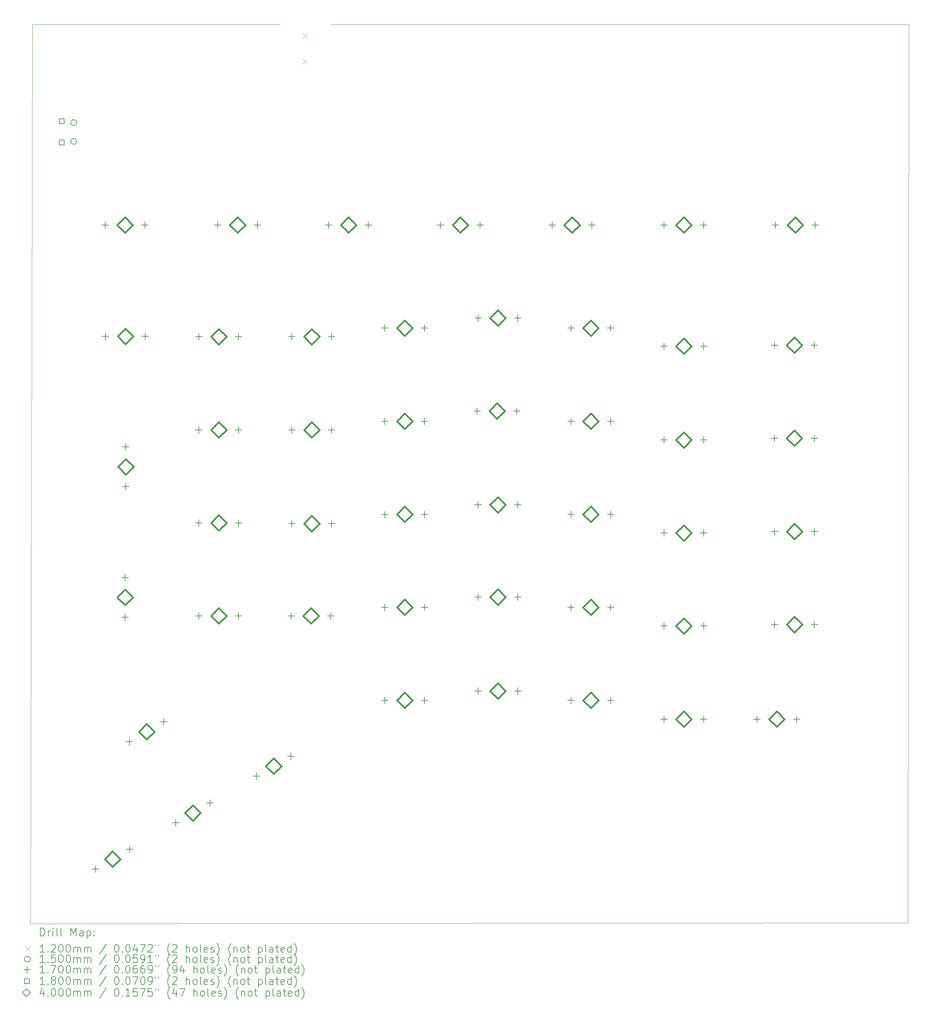
<source format=gbr>
%TF.GenerationSoftware,KiCad,Pcbnew,6.0.9-8da3e8f707~116~ubuntu20.04.1*%
%TF.CreationDate,2022-11-05T14:21:36+01:00*%
%TF.ProjectId,98keys-right,39386b65-7973-42d7-9269-6768742e6b69,rev?*%
%TF.SameCoordinates,Original*%
%TF.FileFunction,Drillmap*%
%TF.FilePolarity,Positive*%
%FSLAX45Y45*%
G04 Gerber Fmt 4.5, Leading zero omitted, Abs format (unit mm)*
G04 Created by KiCad (PCBNEW 6.0.9-8da3e8f707~116~ubuntu20.04.1) date 2022-11-05 14:21:36*
%MOMM*%
%LPD*%
G01*
G04 APERTURE LIST*
%ADD10C,0.100000*%
%ADD11C,0.200000*%
%ADD12C,0.120000*%
%ADD13C,0.150000*%
%ADD14C,0.170000*%
%ADD15C,0.180000*%
%ADD16C,0.400000*%
G04 APERTURE END LIST*
D10*
X29125000Y-2300000D02*
X14325000Y-2300000D01*
X29100000Y-25275000D02*
X29125000Y-2300000D01*
X6650000Y-25300000D02*
X29100000Y-25275000D01*
X6700000Y-2300000D02*
X6650000Y-25300000D01*
X13025000Y-2300000D02*
X6700000Y-2300000D01*
D11*
D12*
X13615000Y-2530000D02*
X13735000Y-2650000D01*
X13735000Y-2530000D02*
X13615000Y-2650000D01*
X13615000Y-3190000D02*
X13735000Y-3310000D01*
X13735000Y-3190000D02*
X13615000Y-3310000D01*
D13*
X7828000Y-4807500D02*
G75*
G03*
X7828000Y-4807500I-75000J0D01*
G01*
X7828000Y-5292500D02*
G75*
G03*
X7828000Y-5292500I-75000J0D01*
G01*
D14*
X8310059Y-23819001D02*
X8310059Y-23989001D01*
X8225059Y-23904001D02*
X8395059Y-23904001D01*
X8558000Y-7342960D02*
X8558000Y-7512960D01*
X8473000Y-7427960D02*
X8643000Y-7427960D01*
X8572000Y-10194960D02*
X8572000Y-10364960D01*
X8487000Y-10279960D02*
X8657000Y-10279960D01*
X9068000Y-16360960D02*
X9068000Y-16530960D01*
X8983000Y-16445960D02*
X9153000Y-16445960D01*
X9068000Y-17376960D02*
X9068000Y-17546960D01*
X8983000Y-17461960D02*
X9153000Y-17461960D01*
X9088000Y-13020960D02*
X9088000Y-13190960D01*
X9003000Y-13105960D02*
X9173000Y-13105960D01*
X9088000Y-14036960D02*
X9088000Y-14206960D01*
X9003000Y-14121960D02*
X9173000Y-14121960D01*
X9180059Y-20559001D02*
X9180059Y-20729001D01*
X9095059Y-20644001D02*
X9265059Y-20644001D01*
X9189941Y-23311001D02*
X9189941Y-23481001D01*
X9104941Y-23396001D02*
X9274941Y-23396001D01*
X9574000Y-7342960D02*
X9574000Y-7512960D01*
X9489000Y-7427960D02*
X9659000Y-7427960D01*
X9588000Y-10194960D02*
X9588000Y-10364960D01*
X9503000Y-10279960D02*
X9673000Y-10279960D01*
X10059941Y-20051001D02*
X10059941Y-20221001D01*
X9974941Y-20136001D02*
X10144941Y-20136001D01*
X10360059Y-22639001D02*
X10360059Y-22809001D01*
X10275059Y-22724001D02*
X10445059Y-22724001D01*
X10958000Y-10202960D02*
X10958000Y-10372960D01*
X10873000Y-10287960D02*
X11043000Y-10287960D01*
X10958000Y-12582960D02*
X10958000Y-12752960D01*
X10873000Y-12667960D02*
X11043000Y-12667960D01*
X10958000Y-14962960D02*
X10958000Y-15132960D01*
X10873000Y-15047960D02*
X11043000Y-15047960D01*
X10958000Y-17342960D02*
X10958000Y-17512960D01*
X10873000Y-17427960D02*
X11043000Y-17427960D01*
X11239940Y-22131001D02*
X11239940Y-22301001D01*
X11154941Y-22216001D02*
X11324940Y-22216001D01*
X11438000Y-7342960D02*
X11438000Y-7512960D01*
X11353000Y-7427960D02*
X11523000Y-7427960D01*
X11974000Y-10202960D02*
X11974000Y-10372960D01*
X11889000Y-10287960D02*
X12059000Y-10287960D01*
X11974000Y-12582960D02*
X11974000Y-12752960D01*
X11889000Y-12667960D02*
X12059000Y-12667960D01*
X11974000Y-14962960D02*
X11974000Y-15132960D01*
X11889000Y-15047960D02*
X12059000Y-15047960D01*
X11974000Y-17342960D02*
X11974000Y-17512960D01*
X11889000Y-17427960D02*
X12059000Y-17427960D01*
X12430059Y-21439001D02*
X12430059Y-21609001D01*
X12345059Y-21524001D02*
X12515059Y-21524001D01*
X12454000Y-7342960D02*
X12454000Y-7512960D01*
X12369000Y-7427960D02*
X12539000Y-7427960D01*
X13309940Y-20931001D02*
X13309940Y-21101001D01*
X13224940Y-21016001D02*
X13394940Y-21016001D01*
X13318000Y-17342960D02*
X13318000Y-17512960D01*
X13233000Y-17427960D02*
X13403000Y-17427960D01*
X13338000Y-10202960D02*
X13338000Y-10372960D01*
X13253000Y-10287960D02*
X13423000Y-10287960D01*
X13338000Y-12582960D02*
X13338000Y-12752960D01*
X13253000Y-12667960D02*
X13423000Y-12667960D01*
X13338000Y-14982960D02*
X13338000Y-15152960D01*
X13253000Y-15067960D02*
X13423000Y-15067960D01*
X14278000Y-7342960D02*
X14278000Y-7512960D01*
X14193000Y-7427960D02*
X14363000Y-7427960D01*
X14334000Y-17342960D02*
X14334000Y-17512960D01*
X14249000Y-17427960D02*
X14419000Y-17427960D01*
X14354000Y-10202960D02*
X14354000Y-10372960D01*
X14269000Y-10287960D02*
X14439000Y-10287960D01*
X14354000Y-12582960D02*
X14354000Y-12752960D01*
X14269000Y-12667960D02*
X14439000Y-12667960D01*
X14354000Y-14982960D02*
X14354000Y-15152960D01*
X14269000Y-15067960D02*
X14439000Y-15067960D01*
X15294000Y-7342960D02*
X15294000Y-7512960D01*
X15209000Y-7427960D02*
X15379000Y-7427960D01*
X15718000Y-9982960D02*
X15718000Y-10152960D01*
X15633000Y-10067960D02*
X15803000Y-10067960D01*
X15718000Y-12362960D02*
X15718000Y-12532960D01*
X15633000Y-12447960D02*
X15803000Y-12447960D01*
X15718000Y-14742960D02*
X15718000Y-14912960D01*
X15633000Y-14827960D02*
X15803000Y-14827960D01*
X15718000Y-17122960D02*
X15718000Y-17292960D01*
X15633000Y-17207960D02*
X15803000Y-17207960D01*
X15718000Y-19502960D02*
X15718000Y-19672960D01*
X15633000Y-19587960D02*
X15803000Y-19587960D01*
X16734000Y-9982960D02*
X16734000Y-10152960D01*
X16649000Y-10067960D02*
X16819000Y-10067960D01*
X16734000Y-12362960D02*
X16734000Y-12532960D01*
X16649000Y-12447960D02*
X16819000Y-12447960D01*
X16734000Y-14742960D02*
X16734000Y-14912960D01*
X16649000Y-14827960D02*
X16819000Y-14827960D01*
X16734000Y-17122960D02*
X16734000Y-17292960D01*
X16649000Y-17207960D02*
X16819000Y-17207960D01*
X16734000Y-19502960D02*
X16734000Y-19672960D01*
X16649000Y-19587960D02*
X16819000Y-19587960D01*
X17138000Y-7342960D02*
X17138000Y-7512960D01*
X17053000Y-7427960D02*
X17223000Y-7427960D01*
X18078000Y-12102960D02*
X18078000Y-12272960D01*
X17993000Y-12187960D02*
X18163000Y-12187960D01*
X18098000Y-9722960D02*
X18098000Y-9892960D01*
X18013000Y-9807960D02*
X18183000Y-9807960D01*
X18098000Y-14502960D02*
X18098000Y-14672960D01*
X18013000Y-14587960D02*
X18183000Y-14587960D01*
X18098000Y-16862960D02*
X18098000Y-17032960D01*
X18013000Y-16947960D02*
X18183000Y-16947960D01*
X18098000Y-19262960D02*
X18098000Y-19432960D01*
X18013000Y-19347960D02*
X18183000Y-19347960D01*
X18154000Y-7342960D02*
X18154000Y-7512960D01*
X18069000Y-7427960D02*
X18239000Y-7427960D01*
X19094000Y-12102960D02*
X19094000Y-12272960D01*
X19009000Y-12187960D02*
X19179000Y-12187960D01*
X19114000Y-9722960D02*
X19114000Y-9892960D01*
X19029000Y-9807960D02*
X19199000Y-9807960D01*
X19114000Y-14502960D02*
X19114000Y-14672960D01*
X19029000Y-14587960D02*
X19199000Y-14587960D01*
X19114000Y-16862960D02*
X19114000Y-17032960D01*
X19029000Y-16947960D02*
X19199000Y-16947960D01*
X19114000Y-19262960D02*
X19114000Y-19432960D01*
X19029000Y-19347960D02*
X19199000Y-19347960D01*
X19998000Y-7342960D02*
X19998000Y-7512960D01*
X19913000Y-7427960D02*
X20083000Y-7427960D01*
X20478000Y-9982960D02*
X20478000Y-10152960D01*
X20393000Y-10067960D02*
X20563000Y-10067960D01*
X20478000Y-12362960D02*
X20478000Y-12532960D01*
X20393000Y-12447960D02*
X20563000Y-12447960D01*
X20478000Y-14742960D02*
X20478000Y-14912960D01*
X20393000Y-14827960D02*
X20563000Y-14827960D01*
X20478000Y-17122960D02*
X20478000Y-17292960D01*
X20393000Y-17207960D02*
X20563000Y-17207960D01*
X20478000Y-19502960D02*
X20478000Y-19672960D01*
X20393000Y-19587960D02*
X20563000Y-19587960D01*
X21014000Y-7342960D02*
X21014000Y-7512960D01*
X20929000Y-7427960D02*
X21099000Y-7427960D01*
X21494000Y-9982960D02*
X21494000Y-10152960D01*
X21409000Y-10067960D02*
X21579000Y-10067960D01*
X21494000Y-12362960D02*
X21494000Y-12532960D01*
X21409000Y-12447960D02*
X21579000Y-12447960D01*
X21494000Y-14742960D02*
X21494000Y-14912960D01*
X21409000Y-14827960D02*
X21579000Y-14827960D01*
X21494000Y-17122960D02*
X21494000Y-17292960D01*
X21409000Y-17207960D02*
X21579000Y-17207960D01*
X21494000Y-19502960D02*
X21494000Y-19672960D01*
X21409000Y-19587960D02*
X21579000Y-19587960D01*
X22858000Y-7342960D02*
X22858000Y-7512960D01*
X22773000Y-7427960D02*
X22943000Y-7427960D01*
X22858000Y-10442960D02*
X22858000Y-10612960D01*
X22773000Y-10527960D02*
X22943000Y-10527960D01*
X22858000Y-12842960D02*
X22858000Y-13012960D01*
X22773000Y-12927960D02*
X22943000Y-12927960D01*
X22858000Y-15222960D02*
X22858000Y-15392960D01*
X22773000Y-15307960D02*
X22943000Y-15307960D01*
X22858000Y-17602960D02*
X22858000Y-17772960D01*
X22773000Y-17687960D02*
X22943000Y-17687960D01*
X22858000Y-19982960D02*
X22858000Y-20152960D01*
X22773000Y-20067960D02*
X22943000Y-20067960D01*
X23874000Y-7342960D02*
X23874000Y-7512960D01*
X23789000Y-7427960D02*
X23959000Y-7427960D01*
X23874000Y-10442960D02*
X23874000Y-10612960D01*
X23789000Y-10527960D02*
X23959000Y-10527960D01*
X23874000Y-12842960D02*
X23874000Y-13012960D01*
X23789000Y-12927960D02*
X23959000Y-12927960D01*
X23874000Y-15222960D02*
X23874000Y-15392960D01*
X23789000Y-15307960D02*
X23959000Y-15307960D01*
X23874000Y-17602960D02*
X23874000Y-17772960D01*
X23789000Y-17687960D02*
X23959000Y-17687960D01*
X23874000Y-19982960D02*
X23874000Y-20152960D01*
X23789000Y-20067960D02*
X23959000Y-20067960D01*
X25238000Y-19982960D02*
X25238000Y-20152960D01*
X25153000Y-20067960D02*
X25323000Y-20067960D01*
X25686000Y-10417000D02*
X25686000Y-10587000D01*
X25601000Y-10502000D02*
X25771000Y-10502000D01*
X25686000Y-12797000D02*
X25686000Y-12967000D01*
X25601000Y-12882000D02*
X25771000Y-12882000D01*
X25692000Y-15185000D02*
X25692000Y-15355000D01*
X25607000Y-15270000D02*
X25777000Y-15270000D01*
X25692000Y-17565000D02*
X25692000Y-17735000D01*
X25607000Y-17650000D02*
X25777000Y-17650000D01*
X25712000Y-7342960D02*
X25712000Y-7512960D01*
X25627000Y-7427960D02*
X25797000Y-7427960D01*
X26254000Y-19982960D02*
X26254000Y-20152960D01*
X26169000Y-20067960D02*
X26339000Y-20067960D01*
X26702000Y-10417000D02*
X26702000Y-10587000D01*
X26617000Y-10502000D02*
X26787000Y-10502000D01*
X26702000Y-12797000D02*
X26702000Y-12967000D01*
X26617000Y-12882000D02*
X26787000Y-12882000D01*
X26708000Y-15185000D02*
X26708000Y-15355000D01*
X26623000Y-15270000D02*
X26793000Y-15270000D01*
X26708000Y-17565000D02*
X26708000Y-17735000D01*
X26623000Y-17650000D02*
X26793000Y-17650000D01*
X26728000Y-7342960D02*
X26728000Y-7512960D01*
X26643000Y-7427960D02*
X26813000Y-7427960D01*
D15*
X7513640Y-4841140D02*
X7513640Y-4713860D01*
X7386360Y-4713860D01*
X7386360Y-4841140D01*
X7513640Y-4841140D01*
X7513640Y-5386140D02*
X7513640Y-5258860D01*
X7386360Y-5258860D01*
X7386360Y-5386140D01*
X7513640Y-5386140D01*
D16*
X8750000Y-23850001D02*
X8950000Y-23650001D01*
X8750000Y-23450001D01*
X8550000Y-23650001D01*
X8750000Y-23850001D01*
X9066000Y-7627960D02*
X9266000Y-7427960D01*
X9066000Y-7227960D01*
X8866000Y-7427960D01*
X9066000Y-7627960D01*
X9068000Y-17153960D02*
X9268000Y-16953960D01*
X9068000Y-16753960D01*
X8868000Y-16953960D01*
X9068000Y-17153960D01*
X9080000Y-10479960D02*
X9280000Y-10279960D01*
X9080000Y-10079960D01*
X8880000Y-10279960D01*
X9080000Y-10479960D01*
X9088000Y-13813960D02*
X9288000Y-13613960D01*
X9088000Y-13413960D01*
X8888000Y-13613960D01*
X9088000Y-13813960D01*
X9620000Y-20590001D02*
X9820000Y-20390001D01*
X9620000Y-20190001D01*
X9420000Y-20390001D01*
X9620000Y-20590001D01*
X10800000Y-22670001D02*
X11000000Y-22470001D01*
X10800000Y-22270001D01*
X10600000Y-22470001D01*
X10800000Y-22670001D01*
X11466000Y-10487960D02*
X11666000Y-10287960D01*
X11466000Y-10087960D01*
X11266000Y-10287960D01*
X11466000Y-10487960D01*
X11466000Y-12867960D02*
X11666000Y-12667960D01*
X11466000Y-12467960D01*
X11266000Y-12667960D01*
X11466000Y-12867960D01*
X11466000Y-15247960D02*
X11666000Y-15047960D01*
X11466000Y-14847960D01*
X11266000Y-15047960D01*
X11466000Y-15247960D01*
X11466000Y-17627960D02*
X11666000Y-17427960D01*
X11466000Y-17227960D01*
X11266000Y-17427960D01*
X11466000Y-17627960D01*
X11946000Y-7627960D02*
X12146000Y-7427960D01*
X11946000Y-7227960D01*
X11746000Y-7427960D01*
X11946000Y-7627960D01*
X12869999Y-21470001D02*
X13069999Y-21270001D01*
X12869999Y-21070001D01*
X12669999Y-21270001D01*
X12869999Y-21470001D01*
X13826000Y-17627960D02*
X14026000Y-17427960D01*
X13826000Y-17227960D01*
X13626000Y-17427960D01*
X13826000Y-17627960D01*
X13846000Y-10487960D02*
X14046000Y-10287960D01*
X13846000Y-10087960D01*
X13646000Y-10287960D01*
X13846000Y-10487960D01*
X13846000Y-12867960D02*
X14046000Y-12667960D01*
X13846000Y-12467960D01*
X13646000Y-12667960D01*
X13846000Y-12867960D01*
X13846000Y-15267960D02*
X14046000Y-15067960D01*
X13846000Y-14867960D01*
X13646000Y-15067960D01*
X13846000Y-15267960D01*
X14786000Y-7627960D02*
X14986000Y-7427960D01*
X14786000Y-7227960D01*
X14586000Y-7427960D01*
X14786000Y-7627960D01*
X16226000Y-10267960D02*
X16426000Y-10067960D01*
X16226000Y-9867960D01*
X16026000Y-10067960D01*
X16226000Y-10267960D01*
X16226000Y-12647960D02*
X16426000Y-12447960D01*
X16226000Y-12247960D01*
X16026000Y-12447960D01*
X16226000Y-12647960D01*
X16226000Y-15027960D02*
X16426000Y-14827960D01*
X16226000Y-14627960D01*
X16026000Y-14827960D01*
X16226000Y-15027960D01*
X16226000Y-17407960D02*
X16426000Y-17207960D01*
X16226000Y-17007960D01*
X16026000Y-17207960D01*
X16226000Y-17407960D01*
X16226000Y-19787960D02*
X16426000Y-19587960D01*
X16226000Y-19387960D01*
X16026000Y-19587960D01*
X16226000Y-19787960D01*
X17646000Y-7627960D02*
X17846000Y-7427960D01*
X17646000Y-7227960D01*
X17446000Y-7427960D01*
X17646000Y-7627960D01*
X18586000Y-12387960D02*
X18786000Y-12187960D01*
X18586000Y-11987960D01*
X18386000Y-12187960D01*
X18586000Y-12387960D01*
X18606000Y-10007960D02*
X18806000Y-9807960D01*
X18606000Y-9607960D01*
X18406000Y-9807960D01*
X18606000Y-10007960D01*
X18606000Y-14787960D02*
X18806000Y-14587960D01*
X18606000Y-14387960D01*
X18406000Y-14587960D01*
X18606000Y-14787960D01*
X18606000Y-17147960D02*
X18806000Y-16947960D01*
X18606000Y-16747960D01*
X18406000Y-16947960D01*
X18606000Y-17147960D01*
X18606000Y-19547960D02*
X18806000Y-19347960D01*
X18606000Y-19147960D01*
X18406000Y-19347960D01*
X18606000Y-19547960D01*
X20506000Y-7627960D02*
X20706000Y-7427960D01*
X20506000Y-7227960D01*
X20306000Y-7427960D01*
X20506000Y-7627960D01*
X20986000Y-10267960D02*
X21186000Y-10067960D01*
X20986000Y-9867960D01*
X20786000Y-10067960D01*
X20986000Y-10267960D01*
X20986000Y-12647960D02*
X21186000Y-12447960D01*
X20986000Y-12247960D01*
X20786000Y-12447960D01*
X20986000Y-12647960D01*
X20986000Y-15027960D02*
X21186000Y-14827960D01*
X20986000Y-14627960D01*
X20786000Y-14827960D01*
X20986000Y-15027960D01*
X20986000Y-17407960D02*
X21186000Y-17207960D01*
X20986000Y-17007960D01*
X20786000Y-17207960D01*
X20986000Y-17407960D01*
X20986000Y-19787960D02*
X21186000Y-19587960D01*
X20986000Y-19387960D01*
X20786000Y-19587960D01*
X20986000Y-19787960D01*
X23366000Y-7627960D02*
X23566000Y-7427960D01*
X23366000Y-7227960D01*
X23166000Y-7427960D01*
X23366000Y-7627960D01*
X23366000Y-10727960D02*
X23566000Y-10527960D01*
X23366000Y-10327960D01*
X23166000Y-10527960D01*
X23366000Y-10727960D01*
X23366000Y-13127960D02*
X23566000Y-12927960D01*
X23366000Y-12727960D01*
X23166000Y-12927960D01*
X23366000Y-13127960D01*
X23366000Y-15507960D02*
X23566000Y-15307960D01*
X23366000Y-15107960D01*
X23166000Y-15307960D01*
X23366000Y-15507960D01*
X23366000Y-17887960D02*
X23566000Y-17687960D01*
X23366000Y-17487960D01*
X23166000Y-17687960D01*
X23366000Y-17887960D01*
X23366000Y-20267960D02*
X23566000Y-20067960D01*
X23366000Y-19867960D01*
X23166000Y-20067960D01*
X23366000Y-20267960D01*
X25746000Y-20267960D02*
X25946000Y-20067960D01*
X25746000Y-19867960D01*
X25546000Y-20067960D01*
X25746000Y-20267960D01*
X26194000Y-10702000D02*
X26394000Y-10502000D01*
X26194000Y-10302000D01*
X25994000Y-10502000D01*
X26194000Y-10702000D01*
X26194000Y-13082000D02*
X26394000Y-12882000D01*
X26194000Y-12682000D01*
X25994000Y-12882000D01*
X26194000Y-13082000D01*
X26200000Y-15470000D02*
X26400000Y-15270000D01*
X26200000Y-15070000D01*
X26000000Y-15270000D01*
X26200000Y-15470000D01*
X26200000Y-17850000D02*
X26400000Y-17650000D01*
X26200000Y-17450000D01*
X26000000Y-17650000D01*
X26200000Y-17850000D01*
X26220000Y-7627960D02*
X26420000Y-7427960D01*
X26220000Y-7227960D01*
X26020000Y-7427960D01*
X26220000Y-7627960D01*
D11*
X6902619Y-25615476D02*
X6902619Y-25415476D01*
X6950238Y-25415476D01*
X6978809Y-25425000D01*
X6997857Y-25444048D01*
X7007381Y-25463095D01*
X7016905Y-25501190D01*
X7016905Y-25529762D01*
X7007381Y-25567857D01*
X6997857Y-25586905D01*
X6978809Y-25605952D01*
X6950238Y-25615476D01*
X6902619Y-25615476D01*
X7102619Y-25615476D02*
X7102619Y-25482143D01*
X7102619Y-25520238D02*
X7112143Y-25501190D01*
X7121667Y-25491667D01*
X7140714Y-25482143D01*
X7159762Y-25482143D01*
X7226428Y-25615476D02*
X7226428Y-25482143D01*
X7226428Y-25415476D02*
X7216905Y-25425000D01*
X7226428Y-25434524D01*
X7235952Y-25425000D01*
X7226428Y-25415476D01*
X7226428Y-25434524D01*
X7350238Y-25615476D02*
X7331190Y-25605952D01*
X7321667Y-25586905D01*
X7321667Y-25415476D01*
X7455000Y-25615476D02*
X7435952Y-25605952D01*
X7426428Y-25586905D01*
X7426428Y-25415476D01*
X7683571Y-25615476D02*
X7683571Y-25415476D01*
X7750238Y-25558333D01*
X7816905Y-25415476D01*
X7816905Y-25615476D01*
X7997857Y-25615476D02*
X7997857Y-25510714D01*
X7988333Y-25491667D01*
X7969286Y-25482143D01*
X7931190Y-25482143D01*
X7912143Y-25491667D01*
X7997857Y-25605952D02*
X7978809Y-25615476D01*
X7931190Y-25615476D01*
X7912143Y-25605952D01*
X7902619Y-25586905D01*
X7902619Y-25567857D01*
X7912143Y-25548809D01*
X7931190Y-25539286D01*
X7978809Y-25539286D01*
X7997857Y-25529762D01*
X8093095Y-25482143D02*
X8093095Y-25682143D01*
X8093095Y-25491667D02*
X8112143Y-25482143D01*
X8150238Y-25482143D01*
X8169286Y-25491667D01*
X8178809Y-25501190D01*
X8188333Y-25520238D01*
X8188333Y-25577381D01*
X8178809Y-25596428D01*
X8169286Y-25605952D01*
X8150238Y-25615476D01*
X8112143Y-25615476D01*
X8093095Y-25605952D01*
X8274048Y-25596428D02*
X8283571Y-25605952D01*
X8274048Y-25615476D01*
X8264524Y-25605952D01*
X8274048Y-25596428D01*
X8274048Y-25615476D01*
X8274048Y-25491667D02*
X8283571Y-25501190D01*
X8274048Y-25510714D01*
X8264524Y-25501190D01*
X8274048Y-25491667D01*
X8274048Y-25510714D01*
D12*
X6525000Y-25885000D02*
X6645000Y-26005000D01*
X6645000Y-25885000D02*
X6525000Y-26005000D01*
D11*
X7007381Y-26035476D02*
X6893095Y-26035476D01*
X6950238Y-26035476D02*
X6950238Y-25835476D01*
X6931190Y-25864048D01*
X6912143Y-25883095D01*
X6893095Y-25892619D01*
X7093095Y-26016428D02*
X7102619Y-26025952D01*
X7093095Y-26035476D01*
X7083571Y-26025952D01*
X7093095Y-26016428D01*
X7093095Y-26035476D01*
X7178809Y-25854524D02*
X7188333Y-25845000D01*
X7207381Y-25835476D01*
X7255000Y-25835476D01*
X7274048Y-25845000D01*
X7283571Y-25854524D01*
X7293095Y-25873571D01*
X7293095Y-25892619D01*
X7283571Y-25921190D01*
X7169286Y-26035476D01*
X7293095Y-26035476D01*
X7416905Y-25835476D02*
X7435952Y-25835476D01*
X7455000Y-25845000D01*
X7464524Y-25854524D01*
X7474048Y-25873571D01*
X7483571Y-25911667D01*
X7483571Y-25959286D01*
X7474048Y-25997381D01*
X7464524Y-26016428D01*
X7455000Y-26025952D01*
X7435952Y-26035476D01*
X7416905Y-26035476D01*
X7397857Y-26025952D01*
X7388333Y-26016428D01*
X7378809Y-25997381D01*
X7369286Y-25959286D01*
X7369286Y-25911667D01*
X7378809Y-25873571D01*
X7388333Y-25854524D01*
X7397857Y-25845000D01*
X7416905Y-25835476D01*
X7607381Y-25835476D02*
X7626428Y-25835476D01*
X7645476Y-25845000D01*
X7655000Y-25854524D01*
X7664524Y-25873571D01*
X7674048Y-25911667D01*
X7674048Y-25959286D01*
X7664524Y-25997381D01*
X7655000Y-26016428D01*
X7645476Y-26025952D01*
X7626428Y-26035476D01*
X7607381Y-26035476D01*
X7588333Y-26025952D01*
X7578809Y-26016428D01*
X7569286Y-25997381D01*
X7559762Y-25959286D01*
X7559762Y-25911667D01*
X7569286Y-25873571D01*
X7578809Y-25854524D01*
X7588333Y-25845000D01*
X7607381Y-25835476D01*
X7759762Y-26035476D02*
X7759762Y-25902143D01*
X7759762Y-25921190D02*
X7769286Y-25911667D01*
X7788333Y-25902143D01*
X7816905Y-25902143D01*
X7835952Y-25911667D01*
X7845476Y-25930714D01*
X7845476Y-26035476D01*
X7845476Y-25930714D02*
X7855000Y-25911667D01*
X7874048Y-25902143D01*
X7902619Y-25902143D01*
X7921667Y-25911667D01*
X7931190Y-25930714D01*
X7931190Y-26035476D01*
X8026428Y-26035476D02*
X8026428Y-25902143D01*
X8026428Y-25921190D02*
X8035952Y-25911667D01*
X8055000Y-25902143D01*
X8083571Y-25902143D01*
X8102619Y-25911667D01*
X8112143Y-25930714D01*
X8112143Y-26035476D01*
X8112143Y-25930714D02*
X8121667Y-25911667D01*
X8140714Y-25902143D01*
X8169286Y-25902143D01*
X8188333Y-25911667D01*
X8197857Y-25930714D01*
X8197857Y-26035476D01*
X8588333Y-25825952D02*
X8416905Y-26083095D01*
X8845476Y-25835476D02*
X8864524Y-25835476D01*
X8883571Y-25845000D01*
X8893095Y-25854524D01*
X8902619Y-25873571D01*
X8912143Y-25911667D01*
X8912143Y-25959286D01*
X8902619Y-25997381D01*
X8893095Y-26016428D01*
X8883571Y-26025952D01*
X8864524Y-26035476D01*
X8845476Y-26035476D01*
X8826429Y-26025952D01*
X8816905Y-26016428D01*
X8807381Y-25997381D01*
X8797857Y-25959286D01*
X8797857Y-25911667D01*
X8807381Y-25873571D01*
X8816905Y-25854524D01*
X8826429Y-25845000D01*
X8845476Y-25835476D01*
X8997857Y-26016428D02*
X9007381Y-26025952D01*
X8997857Y-26035476D01*
X8988333Y-26025952D01*
X8997857Y-26016428D01*
X8997857Y-26035476D01*
X9131190Y-25835476D02*
X9150238Y-25835476D01*
X9169286Y-25845000D01*
X9178810Y-25854524D01*
X9188333Y-25873571D01*
X9197857Y-25911667D01*
X9197857Y-25959286D01*
X9188333Y-25997381D01*
X9178810Y-26016428D01*
X9169286Y-26025952D01*
X9150238Y-26035476D01*
X9131190Y-26035476D01*
X9112143Y-26025952D01*
X9102619Y-26016428D01*
X9093095Y-25997381D01*
X9083571Y-25959286D01*
X9083571Y-25911667D01*
X9093095Y-25873571D01*
X9102619Y-25854524D01*
X9112143Y-25845000D01*
X9131190Y-25835476D01*
X9369286Y-25902143D02*
X9369286Y-26035476D01*
X9321667Y-25825952D02*
X9274048Y-25968809D01*
X9397857Y-25968809D01*
X9455000Y-25835476D02*
X9588333Y-25835476D01*
X9502619Y-26035476D01*
X9655000Y-25854524D02*
X9664524Y-25845000D01*
X9683571Y-25835476D01*
X9731190Y-25835476D01*
X9750238Y-25845000D01*
X9759762Y-25854524D01*
X9769286Y-25873571D01*
X9769286Y-25892619D01*
X9759762Y-25921190D01*
X9645476Y-26035476D01*
X9769286Y-26035476D01*
X9845476Y-25835476D02*
X9845476Y-25873571D01*
X9921667Y-25835476D02*
X9921667Y-25873571D01*
X10216905Y-26111667D02*
X10207381Y-26102143D01*
X10188333Y-26073571D01*
X10178810Y-26054524D01*
X10169286Y-26025952D01*
X10159762Y-25978333D01*
X10159762Y-25940238D01*
X10169286Y-25892619D01*
X10178810Y-25864048D01*
X10188333Y-25845000D01*
X10207381Y-25816428D01*
X10216905Y-25806905D01*
X10283571Y-25854524D02*
X10293095Y-25845000D01*
X10312143Y-25835476D01*
X10359762Y-25835476D01*
X10378810Y-25845000D01*
X10388333Y-25854524D01*
X10397857Y-25873571D01*
X10397857Y-25892619D01*
X10388333Y-25921190D01*
X10274048Y-26035476D01*
X10397857Y-26035476D01*
X10635952Y-26035476D02*
X10635952Y-25835476D01*
X10721667Y-26035476D02*
X10721667Y-25930714D01*
X10712143Y-25911667D01*
X10693095Y-25902143D01*
X10664524Y-25902143D01*
X10645476Y-25911667D01*
X10635952Y-25921190D01*
X10845476Y-26035476D02*
X10826429Y-26025952D01*
X10816905Y-26016428D01*
X10807381Y-25997381D01*
X10807381Y-25940238D01*
X10816905Y-25921190D01*
X10826429Y-25911667D01*
X10845476Y-25902143D01*
X10874048Y-25902143D01*
X10893095Y-25911667D01*
X10902619Y-25921190D01*
X10912143Y-25940238D01*
X10912143Y-25997381D01*
X10902619Y-26016428D01*
X10893095Y-26025952D01*
X10874048Y-26035476D01*
X10845476Y-26035476D01*
X11026429Y-26035476D02*
X11007381Y-26025952D01*
X10997857Y-26006905D01*
X10997857Y-25835476D01*
X11178810Y-26025952D02*
X11159762Y-26035476D01*
X11121667Y-26035476D01*
X11102619Y-26025952D01*
X11093095Y-26006905D01*
X11093095Y-25930714D01*
X11102619Y-25911667D01*
X11121667Y-25902143D01*
X11159762Y-25902143D01*
X11178810Y-25911667D01*
X11188333Y-25930714D01*
X11188333Y-25949762D01*
X11093095Y-25968809D01*
X11264524Y-26025952D02*
X11283571Y-26035476D01*
X11321667Y-26035476D01*
X11340714Y-26025952D01*
X11350238Y-26006905D01*
X11350238Y-25997381D01*
X11340714Y-25978333D01*
X11321667Y-25968809D01*
X11293095Y-25968809D01*
X11274048Y-25959286D01*
X11264524Y-25940238D01*
X11264524Y-25930714D01*
X11274048Y-25911667D01*
X11293095Y-25902143D01*
X11321667Y-25902143D01*
X11340714Y-25911667D01*
X11416905Y-26111667D02*
X11426428Y-26102143D01*
X11445476Y-26073571D01*
X11455000Y-26054524D01*
X11464524Y-26025952D01*
X11474048Y-25978333D01*
X11474048Y-25940238D01*
X11464524Y-25892619D01*
X11455000Y-25864048D01*
X11445476Y-25845000D01*
X11426428Y-25816428D01*
X11416905Y-25806905D01*
X11778809Y-26111667D02*
X11769286Y-26102143D01*
X11750238Y-26073571D01*
X11740714Y-26054524D01*
X11731190Y-26025952D01*
X11721667Y-25978333D01*
X11721667Y-25940238D01*
X11731190Y-25892619D01*
X11740714Y-25864048D01*
X11750238Y-25845000D01*
X11769286Y-25816428D01*
X11778809Y-25806905D01*
X11855000Y-25902143D02*
X11855000Y-26035476D01*
X11855000Y-25921190D02*
X11864524Y-25911667D01*
X11883571Y-25902143D01*
X11912143Y-25902143D01*
X11931190Y-25911667D01*
X11940714Y-25930714D01*
X11940714Y-26035476D01*
X12064524Y-26035476D02*
X12045476Y-26025952D01*
X12035952Y-26016428D01*
X12026428Y-25997381D01*
X12026428Y-25940238D01*
X12035952Y-25921190D01*
X12045476Y-25911667D01*
X12064524Y-25902143D01*
X12093095Y-25902143D01*
X12112143Y-25911667D01*
X12121667Y-25921190D01*
X12131190Y-25940238D01*
X12131190Y-25997381D01*
X12121667Y-26016428D01*
X12112143Y-26025952D01*
X12093095Y-26035476D01*
X12064524Y-26035476D01*
X12188333Y-25902143D02*
X12264524Y-25902143D01*
X12216905Y-25835476D02*
X12216905Y-26006905D01*
X12226428Y-26025952D01*
X12245476Y-26035476D01*
X12264524Y-26035476D01*
X12483571Y-25902143D02*
X12483571Y-26102143D01*
X12483571Y-25911667D02*
X12502619Y-25902143D01*
X12540714Y-25902143D01*
X12559762Y-25911667D01*
X12569286Y-25921190D01*
X12578809Y-25940238D01*
X12578809Y-25997381D01*
X12569286Y-26016428D01*
X12559762Y-26025952D01*
X12540714Y-26035476D01*
X12502619Y-26035476D01*
X12483571Y-26025952D01*
X12693095Y-26035476D02*
X12674048Y-26025952D01*
X12664524Y-26006905D01*
X12664524Y-25835476D01*
X12855000Y-26035476D02*
X12855000Y-25930714D01*
X12845476Y-25911667D01*
X12826428Y-25902143D01*
X12788333Y-25902143D01*
X12769286Y-25911667D01*
X12855000Y-26025952D02*
X12835952Y-26035476D01*
X12788333Y-26035476D01*
X12769286Y-26025952D01*
X12759762Y-26006905D01*
X12759762Y-25987857D01*
X12769286Y-25968809D01*
X12788333Y-25959286D01*
X12835952Y-25959286D01*
X12855000Y-25949762D01*
X12921667Y-25902143D02*
X12997857Y-25902143D01*
X12950238Y-25835476D02*
X12950238Y-26006905D01*
X12959762Y-26025952D01*
X12978809Y-26035476D01*
X12997857Y-26035476D01*
X13140714Y-26025952D02*
X13121667Y-26035476D01*
X13083571Y-26035476D01*
X13064524Y-26025952D01*
X13055000Y-26006905D01*
X13055000Y-25930714D01*
X13064524Y-25911667D01*
X13083571Y-25902143D01*
X13121667Y-25902143D01*
X13140714Y-25911667D01*
X13150238Y-25930714D01*
X13150238Y-25949762D01*
X13055000Y-25968809D01*
X13321667Y-26035476D02*
X13321667Y-25835476D01*
X13321667Y-26025952D02*
X13302619Y-26035476D01*
X13264524Y-26035476D01*
X13245476Y-26025952D01*
X13235952Y-26016428D01*
X13226428Y-25997381D01*
X13226428Y-25940238D01*
X13235952Y-25921190D01*
X13245476Y-25911667D01*
X13264524Y-25902143D01*
X13302619Y-25902143D01*
X13321667Y-25911667D01*
X13397857Y-26111667D02*
X13407381Y-26102143D01*
X13426428Y-26073571D01*
X13435952Y-26054524D01*
X13445476Y-26025952D01*
X13455000Y-25978333D01*
X13455000Y-25940238D01*
X13445476Y-25892619D01*
X13435952Y-25864048D01*
X13426428Y-25845000D01*
X13407381Y-25816428D01*
X13397857Y-25806905D01*
D13*
X6645000Y-26209000D02*
G75*
G03*
X6645000Y-26209000I-75000J0D01*
G01*
D11*
X7007381Y-26299476D02*
X6893095Y-26299476D01*
X6950238Y-26299476D02*
X6950238Y-26099476D01*
X6931190Y-26128048D01*
X6912143Y-26147095D01*
X6893095Y-26156619D01*
X7093095Y-26280428D02*
X7102619Y-26289952D01*
X7093095Y-26299476D01*
X7083571Y-26289952D01*
X7093095Y-26280428D01*
X7093095Y-26299476D01*
X7283571Y-26099476D02*
X7188333Y-26099476D01*
X7178809Y-26194714D01*
X7188333Y-26185190D01*
X7207381Y-26175667D01*
X7255000Y-26175667D01*
X7274048Y-26185190D01*
X7283571Y-26194714D01*
X7293095Y-26213762D01*
X7293095Y-26261381D01*
X7283571Y-26280428D01*
X7274048Y-26289952D01*
X7255000Y-26299476D01*
X7207381Y-26299476D01*
X7188333Y-26289952D01*
X7178809Y-26280428D01*
X7416905Y-26099476D02*
X7435952Y-26099476D01*
X7455000Y-26109000D01*
X7464524Y-26118524D01*
X7474048Y-26137571D01*
X7483571Y-26175667D01*
X7483571Y-26223286D01*
X7474048Y-26261381D01*
X7464524Y-26280428D01*
X7455000Y-26289952D01*
X7435952Y-26299476D01*
X7416905Y-26299476D01*
X7397857Y-26289952D01*
X7388333Y-26280428D01*
X7378809Y-26261381D01*
X7369286Y-26223286D01*
X7369286Y-26175667D01*
X7378809Y-26137571D01*
X7388333Y-26118524D01*
X7397857Y-26109000D01*
X7416905Y-26099476D01*
X7607381Y-26099476D02*
X7626428Y-26099476D01*
X7645476Y-26109000D01*
X7655000Y-26118524D01*
X7664524Y-26137571D01*
X7674048Y-26175667D01*
X7674048Y-26223286D01*
X7664524Y-26261381D01*
X7655000Y-26280428D01*
X7645476Y-26289952D01*
X7626428Y-26299476D01*
X7607381Y-26299476D01*
X7588333Y-26289952D01*
X7578809Y-26280428D01*
X7569286Y-26261381D01*
X7559762Y-26223286D01*
X7559762Y-26175667D01*
X7569286Y-26137571D01*
X7578809Y-26118524D01*
X7588333Y-26109000D01*
X7607381Y-26099476D01*
X7759762Y-26299476D02*
X7759762Y-26166143D01*
X7759762Y-26185190D02*
X7769286Y-26175667D01*
X7788333Y-26166143D01*
X7816905Y-26166143D01*
X7835952Y-26175667D01*
X7845476Y-26194714D01*
X7845476Y-26299476D01*
X7845476Y-26194714D02*
X7855000Y-26175667D01*
X7874048Y-26166143D01*
X7902619Y-26166143D01*
X7921667Y-26175667D01*
X7931190Y-26194714D01*
X7931190Y-26299476D01*
X8026428Y-26299476D02*
X8026428Y-26166143D01*
X8026428Y-26185190D02*
X8035952Y-26175667D01*
X8055000Y-26166143D01*
X8083571Y-26166143D01*
X8102619Y-26175667D01*
X8112143Y-26194714D01*
X8112143Y-26299476D01*
X8112143Y-26194714D02*
X8121667Y-26175667D01*
X8140714Y-26166143D01*
X8169286Y-26166143D01*
X8188333Y-26175667D01*
X8197857Y-26194714D01*
X8197857Y-26299476D01*
X8588333Y-26089952D02*
X8416905Y-26347095D01*
X8845476Y-26099476D02*
X8864524Y-26099476D01*
X8883571Y-26109000D01*
X8893095Y-26118524D01*
X8902619Y-26137571D01*
X8912143Y-26175667D01*
X8912143Y-26223286D01*
X8902619Y-26261381D01*
X8893095Y-26280428D01*
X8883571Y-26289952D01*
X8864524Y-26299476D01*
X8845476Y-26299476D01*
X8826429Y-26289952D01*
X8816905Y-26280428D01*
X8807381Y-26261381D01*
X8797857Y-26223286D01*
X8797857Y-26175667D01*
X8807381Y-26137571D01*
X8816905Y-26118524D01*
X8826429Y-26109000D01*
X8845476Y-26099476D01*
X8997857Y-26280428D02*
X9007381Y-26289952D01*
X8997857Y-26299476D01*
X8988333Y-26289952D01*
X8997857Y-26280428D01*
X8997857Y-26299476D01*
X9131190Y-26099476D02*
X9150238Y-26099476D01*
X9169286Y-26109000D01*
X9178810Y-26118524D01*
X9188333Y-26137571D01*
X9197857Y-26175667D01*
X9197857Y-26223286D01*
X9188333Y-26261381D01*
X9178810Y-26280428D01*
X9169286Y-26289952D01*
X9150238Y-26299476D01*
X9131190Y-26299476D01*
X9112143Y-26289952D01*
X9102619Y-26280428D01*
X9093095Y-26261381D01*
X9083571Y-26223286D01*
X9083571Y-26175667D01*
X9093095Y-26137571D01*
X9102619Y-26118524D01*
X9112143Y-26109000D01*
X9131190Y-26099476D01*
X9378810Y-26099476D02*
X9283571Y-26099476D01*
X9274048Y-26194714D01*
X9283571Y-26185190D01*
X9302619Y-26175667D01*
X9350238Y-26175667D01*
X9369286Y-26185190D01*
X9378810Y-26194714D01*
X9388333Y-26213762D01*
X9388333Y-26261381D01*
X9378810Y-26280428D01*
X9369286Y-26289952D01*
X9350238Y-26299476D01*
X9302619Y-26299476D01*
X9283571Y-26289952D01*
X9274048Y-26280428D01*
X9483571Y-26299476D02*
X9521667Y-26299476D01*
X9540714Y-26289952D01*
X9550238Y-26280428D01*
X9569286Y-26251857D01*
X9578810Y-26213762D01*
X9578810Y-26137571D01*
X9569286Y-26118524D01*
X9559762Y-26109000D01*
X9540714Y-26099476D01*
X9502619Y-26099476D01*
X9483571Y-26109000D01*
X9474048Y-26118524D01*
X9464524Y-26137571D01*
X9464524Y-26185190D01*
X9474048Y-26204238D01*
X9483571Y-26213762D01*
X9502619Y-26223286D01*
X9540714Y-26223286D01*
X9559762Y-26213762D01*
X9569286Y-26204238D01*
X9578810Y-26185190D01*
X9769286Y-26299476D02*
X9655000Y-26299476D01*
X9712143Y-26299476D02*
X9712143Y-26099476D01*
X9693095Y-26128048D01*
X9674048Y-26147095D01*
X9655000Y-26156619D01*
X9845476Y-26099476D02*
X9845476Y-26137571D01*
X9921667Y-26099476D02*
X9921667Y-26137571D01*
X10216905Y-26375667D02*
X10207381Y-26366143D01*
X10188333Y-26337571D01*
X10178810Y-26318524D01*
X10169286Y-26289952D01*
X10159762Y-26242333D01*
X10159762Y-26204238D01*
X10169286Y-26156619D01*
X10178810Y-26128048D01*
X10188333Y-26109000D01*
X10207381Y-26080428D01*
X10216905Y-26070905D01*
X10283571Y-26118524D02*
X10293095Y-26109000D01*
X10312143Y-26099476D01*
X10359762Y-26099476D01*
X10378810Y-26109000D01*
X10388333Y-26118524D01*
X10397857Y-26137571D01*
X10397857Y-26156619D01*
X10388333Y-26185190D01*
X10274048Y-26299476D01*
X10397857Y-26299476D01*
X10635952Y-26299476D02*
X10635952Y-26099476D01*
X10721667Y-26299476D02*
X10721667Y-26194714D01*
X10712143Y-26175667D01*
X10693095Y-26166143D01*
X10664524Y-26166143D01*
X10645476Y-26175667D01*
X10635952Y-26185190D01*
X10845476Y-26299476D02*
X10826429Y-26289952D01*
X10816905Y-26280428D01*
X10807381Y-26261381D01*
X10807381Y-26204238D01*
X10816905Y-26185190D01*
X10826429Y-26175667D01*
X10845476Y-26166143D01*
X10874048Y-26166143D01*
X10893095Y-26175667D01*
X10902619Y-26185190D01*
X10912143Y-26204238D01*
X10912143Y-26261381D01*
X10902619Y-26280428D01*
X10893095Y-26289952D01*
X10874048Y-26299476D01*
X10845476Y-26299476D01*
X11026429Y-26299476D02*
X11007381Y-26289952D01*
X10997857Y-26270905D01*
X10997857Y-26099476D01*
X11178810Y-26289952D02*
X11159762Y-26299476D01*
X11121667Y-26299476D01*
X11102619Y-26289952D01*
X11093095Y-26270905D01*
X11093095Y-26194714D01*
X11102619Y-26175667D01*
X11121667Y-26166143D01*
X11159762Y-26166143D01*
X11178810Y-26175667D01*
X11188333Y-26194714D01*
X11188333Y-26213762D01*
X11093095Y-26232809D01*
X11264524Y-26289952D02*
X11283571Y-26299476D01*
X11321667Y-26299476D01*
X11340714Y-26289952D01*
X11350238Y-26270905D01*
X11350238Y-26261381D01*
X11340714Y-26242333D01*
X11321667Y-26232809D01*
X11293095Y-26232809D01*
X11274048Y-26223286D01*
X11264524Y-26204238D01*
X11264524Y-26194714D01*
X11274048Y-26175667D01*
X11293095Y-26166143D01*
X11321667Y-26166143D01*
X11340714Y-26175667D01*
X11416905Y-26375667D02*
X11426428Y-26366143D01*
X11445476Y-26337571D01*
X11455000Y-26318524D01*
X11464524Y-26289952D01*
X11474048Y-26242333D01*
X11474048Y-26204238D01*
X11464524Y-26156619D01*
X11455000Y-26128048D01*
X11445476Y-26109000D01*
X11426428Y-26080428D01*
X11416905Y-26070905D01*
X11778809Y-26375667D02*
X11769286Y-26366143D01*
X11750238Y-26337571D01*
X11740714Y-26318524D01*
X11731190Y-26289952D01*
X11721667Y-26242333D01*
X11721667Y-26204238D01*
X11731190Y-26156619D01*
X11740714Y-26128048D01*
X11750238Y-26109000D01*
X11769286Y-26080428D01*
X11778809Y-26070905D01*
X11855000Y-26166143D02*
X11855000Y-26299476D01*
X11855000Y-26185190D02*
X11864524Y-26175667D01*
X11883571Y-26166143D01*
X11912143Y-26166143D01*
X11931190Y-26175667D01*
X11940714Y-26194714D01*
X11940714Y-26299476D01*
X12064524Y-26299476D02*
X12045476Y-26289952D01*
X12035952Y-26280428D01*
X12026428Y-26261381D01*
X12026428Y-26204238D01*
X12035952Y-26185190D01*
X12045476Y-26175667D01*
X12064524Y-26166143D01*
X12093095Y-26166143D01*
X12112143Y-26175667D01*
X12121667Y-26185190D01*
X12131190Y-26204238D01*
X12131190Y-26261381D01*
X12121667Y-26280428D01*
X12112143Y-26289952D01*
X12093095Y-26299476D01*
X12064524Y-26299476D01*
X12188333Y-26166143D02*
X12264524Y-26166143D01*
X12216905Y-26099476D02*
X12216905Y-26270905D01*
X12226428Y-26289952D01*
X12245476Y-26299476D01*
X12264524Y-26299476D01*
X12483571Y-26166143D02*
X12483571Y-26366143D01*
X12483571Y-26175667D02*
X12502619Y-26166143D01*
X12540714Y-26166143D01*
X12559762Y-26175667D01*
X12569286Y-26185190D01*
X12578809Y-26204238D01*
X12578809Y-26261381D01*
X12569286Y-26280428D01*
X12559762Y-26289952D01*
X12540714Y-26299476D01*
X12502619Y-26299476D01*
X12483571Y-26289952D01*
X12693095Y-26299476D02*
X12674048Y-26289952D01*
X12664524Y-26270905D01*
X12664524Y-26099476D01*
X12855000Y-26299476D02*
X12855000Y-26194714D01*
X12845476Y-26175667D01*
X12826428Y-26166143D01*
X12788333Y-26166143D01*
X12769286Y-26175667D01*
X12855000Y-26289952D02*
X12835952Y-26299476D01*
X12788333Y-26299476D01*
X12769286Y-26289952D01*
X12759762Y-26270905D01*
X12759762Y-26251857D01*
X12769286Y-26232809D01*
X12788333Y-26223286D01*
X12835952Y-26223286D01*
X12855000Y-26213762D01*
X12921667Y-26166143D02*
X12997857Y-26166143D01*
X12950238Y-26099476D02*
X12950238Y-26270905D01*
X12959762Y-26289952D01*
X12978809Y-26299476D01*
X12997857Y-26299476D01*
X13140714Y-26289952D02*
X13121667Y-26299476D01*
X13083571Y-26299476D01*
X13064524Y-26289952D01*
X13055000Y-26270905D01*
X13055000Y-26194714D01*
X13064524Y-26175667D01*
X13083571Y-26166143D01*
X13121667Y-26166143D01*
X13140714Y-26175667D01*
X13150238Y-26194714D01*
X13150238Y-26213762D01*
X13055000Y-26232809D01*
X13321667Y-26299476D02*
X13321667Y-26099476D01*
X13321667Y-26289952D02*
X13302619Y-26299476D01*
X13264524Y-26299476D01*
X13245476Y-26289952D01*
X13235952Y-26280428D01*
X13226428Y-26261381D01*
X13226428Y-26204238D01*
X13235952Y-26185190D01*
X13245476Y-26175667D01*
X13264524Y-26166143D01*
X13302619Y-26166143D01*
X13321667Y-26175667D01*
X13397857Y-26375667D02*
X13407381Y-26366143D01*
X13426428Y-26337571D01*
X13435952Y-26318524D01*
X13445476Y-26289952D01*
X13455000Y-26242333D01*
X13455000Y-26204238D01*
X13445476Y-26156619D01*
X13435952Y-26128048D01*
X13426428Y-26109000D01*
X13407381Y-26080428D01*
X13397857Y-26070905D01*
D14*
X6560000Y-26394000D02*
X6560000Y-26564000D01*
X6475000Y-26479000D02*
X6645000Y-26479000D01*
D11*
X7007381Y-26569476D02*
X6893095Y-26569476D01*
X6950238Y-26569476D02*
X6950238Y-26369476D01*
X6931190Y-26398048D01*
X6912143Y-26417095D01*
X6893095Y-26426619D01*
X7093095Y-26550428D02*
X7102619Y-26559952D01*
X7093095Y-26569476D01*
X7083571Y-26559952D01*
X7093095Y-26550428D01*
X7093095Y-26569476D01*
X7169286Y-26369476D02*
X7302619Y-26369476D01*
X7216905Y-26569476D01*
X7416905Y-26369476D02*
X7435952Y-26369476D01*
X7455000Y-26379000D01*
X7464524Y-26388524D01*
X7474048Y-26407571D01*
X7483571Y-26445667D01*
X7483571Y-26493286D01*
X7474048Y-26531381D01*
X7464524Y-26550428D01*
X7455000Y-26559952D01*
X7435952Y-26569476D01*
X7416905Y-26569476D01*
X7397857Y-26559952D01*
X7388333Y-26550428D01*
X7378809Y-26531381D01*
X7369286Y-26493286D01*
X7369286Y-26445667D01*
X7378809Y-26407571D01*
X7388333Y-26388524D01*
X7397857Y-26379000D01*
X7416905Y-26369476D01*
X7607381Y-26369476D02*
X7626428Y-26369476D01*
X7645476Y-26379000D01*
X7655000Y-26388524D01*
X7664524Y-26407571D01*
X7674048Y-26445667D01*
X7674048Y-26493286D01*
X7664524Y-26531381D01*
X7655000Y-26550428D01*
X7645476Y-26559952D01*
X7626428Y-26569476D01*
X7607381Y-26569476D01*
X7588333Y-26559952D01*
X7578809Y-26550428D01*
X7569286Y-26531381D01*
X7559762Y-26493286D01*
X7559762Y-26445667D01*
X7569286Y-26407571D01*
X7578809Y-26388524D01*
X7588333Y-26379000D01*
X7607381Y-26369476D01*
X7759762Y-26569476D02*
X7759762Y-26436143D01*
X7759762Y-26455190D02*
X7769286Y-26445667D01*
X7788333Y-26436143D01*
X7816905Y-26436143D01*
X7835952Y-26445667D01*
X7845476Y-26464714D01*
X7845476Y-26569476D01*
X7845476Y-26464714D02*
X7855000Y-26445667D01*
X7874048Y-26436143D01*
X7902619Y-26436143D01*
X7921667Y-26445667D01*
X7931190Y-26464714D01*
X7931190Y-26569476D01*
X8026428Y-26569476D02*
X8026428Y-26436143D01*
X8026428Y-26455190D02*
X8035952Y-26445667D01*
X8055000Y-26436143D01*
X8083571Y-26436143D01*
X8102619Y-26445667D01*
X8112143Y-26464714D01*
X8112143Y-26569476D01*
X8112143Y-26464714D02*
X8121667Y-26445667D01*
X8140714Y-26436143D01*
X8169286Y-26436143D01*
X8188333Y-26445667D01*
X8197857Y-26464714D01*
X8197857Y-26569476D01*
X8588333Y-26359952D02*
X8416905Y-26617095D01*
X8845476Y-26369476D02*
X8864524Y-26369476D01*
X8883571Y-26379000D01*
X8893095Y-26388524D01*
X8902619Y-26407571D01*
X8912143Y-26445667D01*
X8912143Y-26493286D01*
X8902619Y-26531381D01*
X8893095Y-26550428D01*
X8883571Y-26559952D01*
X8864524Y-26569476D01*
X8845476Y-26569476D01*
X8826429Y-26559952D01*
X8816905Y-26550428D01*
X8807381Y-26531381D01*
X8797857Y-26493286D01*
X8797857Y-26445667D01*
X8807381Y-26407571D01*
X8816905Y-26388524D01*
X8826429Y-26379000D01*
X8845476Y-26369476D01*
X8997857Y-26550428D02*
X9007381Y-26559952D01*
X8997857Y-26569476D01*
X8988333Y-26559952D01*
X8997857Y-26550428D01*
X8997857Y-26569476D01*
X9131190Y-26369476D02*
X9150238Y-26369476D01*
X9169286Y-26379000D01*
X9178810Y-26388524D01*
X9188333Y-26407571D01*
X9197857Y-26445667D01*
X9197857Y-26493286D01*
X9188333Y-26531381D01*
X9178810Y-26550428D01*
X9169286Y-26559952D01*
X9150238Y-26569476D01*
X9131190Y-26569476D01*
X9112143Y-26559952D01*
X9102619Y-26550428D01*
X9093095Y-26531381D01*
X9083571Y-26493286D01*
X9083571Y-26445667D01*
X9093095Y-26407571D01*
X9102619Y-26388524D01*
X9112143Y-26379000D01*
X9131190Y-26369476D01*
X9369286Y-26369476D02*
X9331190Y-26369476D01*
X9312143Y-26379000D01*
X9302619Y-26388524D01*
X9283571Y-26417095D01*
X9274048Y-26455190D01*
X9274048Y-26531381D01*
X9283571Y-26550428D01*
X9293095Y-26559952D01*
X9312143Y-26569476D01*
X9350238Y-26569476D01*
X9369286Y-26559952D01*
X9378810Y-26550428D01*
X9388333Y-26531381D01*
X9388333Y-26483762D01*
X9378810Y-26464714D01*
X9369286Y-26455190D01*
X9350238Y-26445667D01*
X9312143Y-26445667D01*
X9293095Y-26455190D01*
X9283571Y-26464714D01*
X9274048Y-26483762D01*
X9559762Y-26369476D02*
X9521667Y-26369476D01*
X9502619Y-26379000D01*
X9493095Y-26388524D01*
X9474048Y-26417095D01*
X9464524Y-26455190D01*
X9464524Y-26531381D01*
X9474048Y-26550428D01*
X9483571Y-26559952D01*
X9502619Y-26569476D01*
X9540714Y-26569476D01*
X9559762Y-26559952D01*
X9569286Y-26550428D01*
X9578810Y-26531381D01*
X9578810Y-26483762D01*
X9569286Y-26464714D01*
X9559762Y-26455190D01*
X9540714Y-26445667D01*
X9502619Y-26445667D01*
X9483571Y-26455190D01*
X9474048Y-26464714D01*
X9464524Y-26483762D01*
X9674048Y-26569476D02*
X9712143Y-26569476D01*
X9731190Y-26559952D01*
X9740714Y-26550428D01*
X9759762Y-26521857D01*
X9769286Y-26483762D01*
X9769286Y-26407571D01*
X9759762Y-26388524D01*
X9750238Y-26379000D01*
X9731190Y-26369476D01*
X9693095Y-26369476D01*
X9674048Y-26379000D01*
X9664524Y-26388524D01*
X9655000Y-26407571D01*
X9655000Y-26455190D01*
X9664524Y-26474238D01*
X9674048Y-26483762D01*
X9693095Y-26493286D01*
X9731190Y-26493286D01*
X9750238Y-26483762D01*
X9759762Y-26474238D01*
X9769286Y-26455190D01*
X9845476Y-26369476D02*
X9845476Y-26407571D01*
X9921667Y-26369476D02*
X9921667Y-26407571D01*
X10216905Y-26645667D02*
X10207381Y-26636143D01*
X10188333Y-26607571D01*
X10178810Y-26588524D01*
X10169286Y-26559952D01*
X10159762Y-26512333D01*
X10159762Y-26474238D01*
X10169286Y-26426619D01*
X10178810Y-26398048D01*
X10188333Y-26379000D01*
X10207381Y-26350428D01*
X10216905Y-26340905D01*
X10302619Y-26569476D02*
X10340714Y-26569476D01*
X10359762Y-26559952D01*
X10369286Y-26550428D01*
X10388333Y-26521857D01*
X10397857Y-26483762D01*
X10397857Y-26407571D01*
X10388333Y-26388524D01*
X10378810Y-26379000D01*
X10359762Y-26369476D01*
X10321667Y-26369476D01*
X10302619Y-26379000D01*
X10293095Y-26388524D01*
X10283571Y-26407571D01*
X10283571Y-26455190D01*
X10293095Y-26474238D01*
X10302619Y-26483762D01*
X10321667Y-26493286D01*
X10359762Y-26493286D01*
X10378810Y-26483762D01*
X10388333Y-26474238D01*
X10397857Y-26455190D01*
X10569286Y-26436143D02*
X10569286Y-26569476D01*
X10521667Y-26359952D02*
X10474048Y-26502809D01*
X10597857Y-26502809D01*
X10826429Y-26569476D02*
X10826429Y-26369476D01*
X10912143Y-26569476D02*
X10912143Y-26464714D01*
X10902619Y-26445667D01*
X10883571Y-26436143D01*
X10855000Y-26436143D01*
X10835952Y-26445667D01*
X10826429Y-26455190D01*
X11035952Y-26569476D02*
X11016905Y-26559952D01*
X11007381Y-26550428D01*
X10997857Y-26531381D01*
X10997857Y-26474238D01*
X11007381Y-26455190D01*
X11016905Y-26445667D01*
X11035952Y-26436143D01*
X11064524Y-26436143D01*
X11083571Y-26445667D01*
X11093095Y-26455190D01*
X11102619Y-26474238D01*
X11102619Y-26531381D01*
X11093095Y-26550428D01*
X11083571Y-26559952D01*
X11064524Y-26569476D01*
X11035952Y-26569476D01*
X11216905Y-26569476D02*
X11197857Y-26559952D01*
X11188333Y-26540905D01*
X11188333Y-26369476D01*
X11369286Y-26559952D02*
X11350238Y-26569476D01*
X11312143Y-26569476D01*
X11293095Y-26559952D01*
X11283571Y-26540905D01*
X11283571Y-26464714D01*
X11293095Y-26445667D01*
X11312143Y-26436143D01*
X11350238Y-26436143D01*
X11369286Y-26445667D01*
X11378809Y-26464714D01*
X11378809Y-26483762D01*
X11283571Y-26502809D01*
X11455000Y-26559952D02*
X11474048Y-26569476D01*
X11512143Y-26569476D01*
X11531190Y-26559952D01*
X11540714Y-26540905D01*
X11540714Y-26531381D01*
X11531190Y-26512333D01*
X11512143Y-26502809D01*
X11483571Y-26502809D01*
X11464524Y-26493286D01*
X11455000Y-26474238D01*
X11455000Y-26464714D01*
X11464524Y-26445667D01*
X11483571Y-26436143D01*
X11512143Y-26436143D01*
X11531190Y-26445667D01*
X11607381Y-26645667D02*
X11616905Y-26636143D01*
X11635952Y-26607571D01*
X11645476Y-26588524D01*
X11655000Y-26559952D01*
X11664524Y-26512333D01*
X11664524Y-26474238D01*
X11655000Y-26426619D01*
X11645476Y-26398048D01*
X11635952Y-26379000D01*
X11616905Y-26350428D01*
X11607381Y-26340905D01*
X11969286Y-26645667D02*
X11959762Y-26636143D01*
X11940714Y-26607571D01*
X11931190Y-26588524D01*
X11921667Y-26559952D01*
X11912143Y-26512333D01*
X11912143Y-26474238D01*
X11921667Y-26426619D01*
X11931190Y-26398048D01*
X11940714Y-26379000D01*
X11959762Y-26350428D01*
X11969286Y-26340905D01*
X12045476Y-26436143D02*
X12045476Y-26569476D01*
X12045476Y-26455190D02*
X12055000Y-26445667D01*
X12074048Y-26436143D01*
X12102619Y-26436143D01*
X12121667Y-26445667D01*
X12131190Y-26464714D01*
X12131190Y-26569476D01*
X12255000Y-26569476D02*
X12235952Y-26559952D01*
X12226428Y-26550428D01*
X12216905Y-26531381D01*
X12216905Y-26474238D01*
X12226428Y-26455190D01*
X12235952Y-26445667D01*
X12255000Y-26436143D01*
X12283571Y-26436143D01*
X12302619Y-26445667D01*
X12312143Y-26455190D01*
X12321667Y-26474238D01*
X12321667Y-26531381D01*
X12312143Y-26550428D01*
X12302619Y-26559952D01*
X12283571Y-26569476D01*
X12255000Y-26569476D01*
X12378809Y-26436143D02*
X12455000Y-26436143D01*
X12407381Y-26369476D02*
X12407381Y-26540905D01*
X12416905Y-26559952D01*
X12435952Y-26569476D01*
X12455000Y-26569476D01*
X12674048Y-26436143D02*
X12674048Y-26636143D01*
X12674048Y-26445667D02*
X12693095Y-26436143D01*
X12731190Y-26436143D01*
X12750238Y-26445667D01*
X12759762Y-26455190D01*
X12769286Y-26474238D01*
X12769286Y-26531381D01*
X12759762Y-26550428D01*
X12750238Y-26559952D01*
X12731190Y-26569476D01*
X12693095Y-26569476D01*
X12674048Y-26559952D01*
X12883571Y-26569476D02*
X12864524Y-26559952D01*
X12855000Y-26540905D01*
X12855000Y-26369476D01*
X13045476Y-26569476D02*
X13045476Y-26464714D01*
X13035952Y-26445667D01*
X13016905Y-26436143D01*
X12978809Y-26436143D01*
X12959762Y-26445667D01*
X13045476Y-26559952D02*
X13026428Y-26569476D01*
X12978809Y-26569476D01*
X12959762Y-26559952D01*
X12950238Y-26540905D01*
X12950238Y-26521857D01*
X12959762Y-26502809D01*
X12978809Y-26493286D01*
X13026428Y-26493286D01*
X13045476Y-26483762D01*
X13112143Y-26436143D02*
X13188333Y-26436143D01*
X13140714Y-26369476D02*
X13140714Y-26540905D01*
X13150238Y-26559952D01*
X13169286Y-26569476D01*
X13188333Y-26569476D01*
X13331190Y-26559952D02*
X13312143Y-26569476D01*
X13274048Y-26569476D01*
X13255000Y-26559952D01*
X13245476Y-26540905D01*
X13245476Y-26464714D01*
X13255000Y-26445667D01*
X13274048Y-26436143D01*
X13312143Y-26436143D01*
X13331190Y-26445667D01*
X13340714Y-26464714D01*
X13340714Y-26483762D01*
X13245476Y-26502809D01*
X13512143Y-26569476D02*
X13512143Y-26369476D01*
X13512143Y-26559952D02*
X13493095Y-26569476D01*
X13455000Y-26569476D01*
X13435952Y-26559952D01*
X13426428Y-26550428D01*
X13416905Y-26531381D01*
X13416905Y-26474238D01*
X13426428Y-26455190D01*
X13435952Y-26445667D01*
X13455000Y-26436143D01*
X13493095Y-26436143D01*
X13512143Y-26445667D01*
X13588333Y-26645667D02*
X13597857Y-26636143D01*
X13616905Y-26607571D01*
X13626428Y-26588524D01*
X13635952Y-26559952D01*
X13645476Y-26512333D01*
X13645476Y-26474238D01*
X13635952Y-26426619D01*
X13626428Y-26398048D01*
X13616905Y-26379000D01*
X13597857Y-26350428D01*
X13588333Y-26340905D01*
D15*
X6618640Y-26832640D02*
X6618640Y-26705360D01*
X6491360Y-26705360D01*
X6491360Y-26832640D01*
X6618640Y-26832640D01*
D11*
X7007381Y-26859476D02*
X6893095Y-26859476D01*
X6950238Y-26859476D02*
X6950238Y-26659476D01*
X6931190Y-26688048D01*
X6912143Y-26707095D01*
X6893095Y-26716619D01*
X7093095Y-26840428D02*
X7102619Y-26849952D01*
X7093095Y-26859476D01*
X7083571Y-26849952D01*
X7093095Y-26840428D01*
X7093095Y-26859476D01*
X7216905Y-26745190D02*
X7197857Y-26735667D01*
X7188333Y-26726143D01*
X7178809Y-26707095D01*
X7178809Y-26697571D01*
X7188333Y-26678524D01*
X7197857Y-26669000D01*
X7216905Y-26659476D01*
X7255000Y-26659476D01*
X7274048Y-26669000D01*
X7283571Y-26678524D01*
X7293095Y-26697571D01*
X7293095Y-26707095D01*
X7283571Y-26726143D01*
X7274048Y-26735667D01*
X7255000Y-26745190D01*
X7216905Y-26745190D01*
X7197857Y-26754714D01*
X7188333Y-26764238D01*
X7178809Y-26783286D01*
X7178809Y-26821381D01*
X7188333Y-26840428D01*
X7197857Y-26849952D01*
X7216905Y-26859476D01*
X7255000Y-26859476D01*
X7274048Y-26849952D01*
X7283571Y-26840428D01*
X7293095Y-26821381D01*
X7293095Y-26783286D01*
X7283571Y-26764238D01*
X7274048Y-26754714D01*
X7255000Y-26745190D01*
X7416905Y-26659476D02*
X7435952Y-26659476D01*
X7455000Y-26669000D01*
X7464524Y-26678524D01*
X7474048Y-26697571D01*
X7483571Y-26735667D01*
X7483571Y-26783286D01*
X7474048Y-26821381D01*
X7464524Y-26840428D01*
X7455000Y-26849952D01*
X7435952Y-26859476D01*
X7416905Y-26859476D01*
X7397857Y-26849952D01*
X7388333Y-26840428D01*
X7378809Y-26821381D01*
X7369286Y-26783286D01*
X7369286Y-26735667D01*
X7378809Y-26697571D01*
X7388333Y-26678524D01*
X7397857Y-26669000D01*
X7416905Y-26659476D01*
X7607381Y-26659476D02*
X7626428Y-26659476D01*
X7645476Y-26669000D01*
X7655000Y-26678524D01*
X7664524Y-26697571D01*
X7674048Y-26735667D01*
X7674048Y-26783286D01*
X7664524Y-26821381D01*
X7655000Y-26840428D01*
X7645476Y-26849952D01*
X7626428Y-26859476D01*
X7607381Y-26859476D01*
X7588333Y-26849952D01*
X7578809Y-26840428D01*
X7569286Y-26821381D01*
X7559762Y-26783286D01*
X7559762Y-26735667D01*
X7569286Y-26697571D01*
X7578809Y-26678524D01*
X7588333Y-26669000D01*
X7607381Y-26659476D01*
X7759762Y-26859476D02*
X7759762Y-26726143D01*
X7759762Y-26745190D02*
X7769286Y-26735667D01*
X7788333Y-26726143D01*
X7816905Y-26726143D01*
X7835952Y-26735667D01*
X7845476Y-26754714D01*
X7845476Y-26859476D01*
X7845476Y-26754714D02*
X7855000Y-26735667D01*
X7874048Y-26726143D01*
X7902619Y-26726143D01*
X7921667Y-26735667D01*
X7931190Y-26754714D01*
X7931190Y-26859476D01*
X8026428Y-26859476D02*
X8026428Y-26726143D01*
X8026428Y-26745190D02*
X8035952Y-26735667D01*
X8055000Y-26726143D01*
X8083571Y-26726143D01*
X8102619Y-26735667D01*
X8112143Y-26754714D01*
X8112143Y-26859476D01*
X8112143Y-26754714D02*
X8121667Y-26735667D01*
X8140714Y-26726143D01*
X8169286Y-26726143D01*
X8188333Y-26735667D01*
X8197857Y-26754714D01*
X8197857Y-26859476D01*
X8588333Y-26649952D02*
X8416905Y-26907095D01*
X8845476Y-26659476D02*
X8864524Y-26659476D01*
X8883571Y-26669000D01*
X8893095Y-26678524D01*
X8902619Y-26697571D01*
X8912143Y-26735667D01*
X8912143Y-26783286D01*
X8902619Y-26821381D01*
X8893095Y-26840428D01*
X8883571Y-26849952D01*
X8864524Y-26859476D01*
X8845476Y-26859476D01*
X8826429Y-26849952D01*
X8816905Y-26840428D01*
X8807381Y-26821381D01*
X8797857Y-26783286D01*
X8797857Y-26735667D01*
X8807381Y-26697571D01*
X8816905Y-26678524D01*
X8826429Y-26669000D01*
X8845476Y-26659476D01*
X8997857Y-26840428D02*
X9007381Y-26849952D01*
X8997857Y-26859476D01*
X8988333Y-26849952D01*
X8997857Y-26840428D01*
X8997857Y-26859476D01*
X9131190Y-26659476D02*
X9150238Y-26659476D01*
X9169286Y-26669000D01*
X9178810Y-26678524D01*
X9188333Y-26697571D01*
X9197857Y-26735667D01*
X9197857Y-26783286D01*
X9188333Y-26821381D01*
X9178810Y-26840428D01*
X9169286Y-26849952D01*
X9150238Y-26859476D01*
X9131190Y-26859476D01*
X9112143Y-26849952D01*
X9102619Y-26840428D01*
X9093095Y-26821381D01*
X9083571Y-26783286D01*
X9083571Y-26735667D01*
X9093095Y-26697571D01*
X9102619Y-26678524D01*
X9112143Y-26669000D01*
X9131190Y-26659476D01*
X9264524Y-26659476D02*
X9397857Y-26659476D01*
X9312143Y-26859476D01*
X9512143Y-26659476D02*
X9531190Y-26659476D01*
X9550238Y-26669000D01*
X9559762Y-26678524D01*
X9569286Y-26697571D01*
X9578810Y-26735667D01*
X9578810Y-26783286D01*
X9569286Y-26821381D01*
X9559762Y-26840428D01*
X9550238Y-26849952D01*
X9531190Y-26859476D01*
X9512143Y-26859476D01*
X9493095Y-26849952D01*
X9483571Y-26840428D01*
X9474048Y-26821381D01*
X9464524Y-26783286D01*
X9464524Y-26735667D01*
X9474048Y-26697571D01*
X9483571Y-26678524D01*
X9493095Y-26669000D01*
X9512143Y-26659476D01*
X9674048Y-26859476D02*
X9712143Y-26859476D01*
X9731190Y-26849952D01*
X9740714Y-26840428D01*
X9759762Y-26811857D01*
X9769286Y-26773762D01*
X9769286Y-26697571D01*
X9759762Y-26678524D01*
X9750238Y-26669000D01*
X9731190Y-26659476D01*
X9693095Y-26659476D01*
X9674048Y-26669000D01*
X9664524Y-26678524D01*
X9655000Y-26697571D01*
X9655000Y-26745190D01*
X9664524Y-26764238D01*
X9674048Y-26773762D01*
X9693095Y-26783286D01*
X9731190Y-26783286D01*
X9750238Y-26773762D01*
X9759762Y-26764238D01*
X9769286Y-26745190D01*
X9845476Y-26659476D02*
X9845476Y-26697571D01*
X9921667Y-26659476D02*
X9921667Y-26697571D01*
X10216905Y-26935667D02*
X10207381Y-26926143D01*
X10188333Y-26897571D01*
X10178810Y-26878524D01*
X10169286Y-26849952D01*
X10159762Y-26802333D01*
X10159762Y-26764238D01*
X10169286Y-26716619D01*
X10178810Y-26688048D01*
X10188333Y-26669000D01*
X10207381Y-26640428D01*
X10216905Y-26630905D01*
X10283571Y-26678524D02*
X10293095Y-26669000D01*
X10312143Y-26659476D01*
X10359762Y-26659476D01*
X10378810Y-26669000D01*
X10388333Y-26678524D01*
X10397857Y-26697571D01*
X10397857Y-26716619D01*
X10388333Y-26745190D01*
X10274048Y-26859476D01*
X10397857Y-26859476D01*
X10635952Y-26859476D02*
X10635952Y-26659476D01*
X10721667Y-26859476D02*
X10721667Y-26754714D01*
X10712143Y-26735667D01*
X10693095Y-26726143D01*
X10664524Y-26726143D01*
X10645476Y-26735667D01*
X10635952Y-26745190D01*
X10845476Y-26859476D02*
X10826429Y-26849952D01*
X10816905Y-26840428D01*
X10807381Y-26821381D01*
X10807381Y-26764238D01*
X10816905Y-26745190D01*
X10826429Y-26735667D01*
X10845476Y-26726143D01*
X10874048Y-26726143D01*
X10893095Y-26735667D01*
X10902619Y-26745190D01*
X10912143Y-26764238D01*
X10912143Y-26821381D01*
X10902619Y-26840428D01*
X10893095Y-26849952D01*
X10874048Y-26859476D01*
X10845476Y-26859476D01*
X11026429Y-26859476D02*
X11007381Y-26849952D01*
X10997857Y-26830905D01*
X10997857Y-26659476D01*
X11178810Y-26849952D02*
X11159762Y-26859476D01*
X11121667Y-26859476D01*
X11102619Y-26849952D01*
X11093095Y-26830905D01*
X11093095Y-26754714D01*
X11102619Y-26735667D01*
X11121667Y-26726143D01*
X11159762Y-26726143D01*
X11178810Y-26735667D01*
X11188333Y-26754714D01*
X11188333Y-26773762D01*
X11093095Y-26792809D01*
X11264524Y-26849952D02*
X11283571Y-26859476D01*
X11321667Y-26859476D01*
X11340714Y-26849952D01*
X11350238Y-26830905D01*
X11350238Y-26821381D01*
X11340714Y-26802333D01*
X11321667Y-26792809D01*
X11293095Y-26792809D01*
X11274048Y-26783286D01*
X11264524Y-26764238D01*
X11264524Y-26754714D01*
X11274048Y-26735667D01*
X11293095Y-26726143D01*
X11321667Y-26726143D01*
X11340714Y-26735667D01*
X11416905Y-26935667D02*
X11426428Y-26926143D01*
X11445476Y-26897571D01*
X11455000Y-26878524D01*
X11464524Y-26849952D01*
X11474048Y-26802333D01*
X11474048Y-26764238D01*
X11464524Y-26716619D01*
X11455000Y-26688048D01*
X11445476Y-26669000D01*
X11426428Y-26640428D01*
X11416905Y-26630905D01*
X11778809Y-26935667D02*
X11769286Y-26926143D01*
X11750238Y-26897571D01*
X11740714Y-26878524D01*
X11731190Y-26849952D01*
X11721667Y-26802333D01*
X11721667Y-26764238D01*
X11731190Y-26716619D01*
X11740714Y-26688048D01*
X11750238Y-26669000D01*
X11769286Y-26640428D01*
X11778809Y-26630905D01*
X11855000Y-26726143D02*
X11855000Y-26859476D01*
X11855000Y-26745190D02*
X11864524Y-26735667D01*
X11883571Y-26726143D01*
X11912143Y-26726143D01*
X11931190Y-26735667D01*
X11940714Y-26754714D01*
X11940714Y-26859476D01*
X12064524Y-26859476D02*
X12045476Y-26849952D01*
X12035952Y-26840428D01*
X12026428Y-26821381D01*
X12026428Y-26764238D01*
X12035952Y-26745190D01*
X12045476Y-26735667D01*
X12064524Y-26726143D01*
X12093095Y-26726143D01*
X12112143Y-26735667D01*
X12121667Y-26745190D01*
X12131190Y-26764238D01*
X12131190Y-26821381D01*
X12121667Y-26840428D01*
X12112143Y-26849952D01*
X12093095Y-26859476D01*
X12064524Y-26859476D01*
X12188333Y-26726143D02*
X12264524Y-26726143D01*
X12216905Y-26659476D02*
X12216905Y-26830905D01*
X12226428Y-26849952D01*
X12245476Y-26859476D01*
X12264524Y-26859476D01*
X12483571Y-26726143D02*
X12483571Y-26926143D01*
X12483571Y-26735667D02*
X12502619Y-26726143D01*
X12540714Y-26726143D01*
X12559762Y-26735667D01*
X12569286Y-26745190D01*
X12578809Y-26764238D01*
X12578809Y-26821381D01*
X12569286Y-26840428D01*
X12559762Y-26849952D01*
X12540714Y-26859476D01*
X12502619Y-26859476D01*
X12483571Y-26849952D01*
X12693095Y-26859476D02*
X12674048Y-26849952D01*
X12664524Y-26830905D01*
X12664524Y-26659476D01*
X12855000Y-26859476D02*
X12855000Y-26754714D01*
X12845476Y-26735667D01*
X12826428Y-26726143D01*
X12788333Y-26726143D01*
X12769286Y-26735667D01*
X12855000Y-26849952D02*
X12835952Y-26859476D01*
X12788333Y-26859476D01*
X12769286Y-26849952D01*
X12759762Y-26830905D01*
X12759762Y-26811857D01*
X12769286Y-26792809D01*
X12788333Y-26783286D01*
X12835952Y-26783286D01*
X12855000Y-26773762D01*
X12921667Y-26726143D02*
X12997857Y-26726143D01*
X12950238Y-26659476D02*
X12950238Y-26830905D01*
X12959762Y-26849952D01*
X12978809Y-26859476D01*
X12997857Y-26859476D01*
X13140714Y-26849952D02*
X13121667Y-26859476D01*
X13083571Y-26859476D01*
X13064524Y-26849952D01*
X13055000Y-26830905D01*
X13055000Y-26754714D01*
X13064524Y-26735667D01*
X13083571Y-26726143D01*
X13121667Y-26726143D01*
X13140714Y-26735667D01*
X13150238Y-26754714D01*
X13150238Y-26773762D01*
X13055000Y-26792809D01*
X13321667Y-26859476D02*
X13321667Y-26659476D01*
X13321667Y-26849952D02*
X13302619Y-26859476D01*
X13264524Y-26859476D01*
X13245476Y-26849952D01*
X13235952Y-26840428D01*
X13226428Y-26821381D01*
X13226428Y-26764238D01*
X13235952Y-26745190D01*
X13245476Y-26735667D01*
X13264524Y-26726143D01*
X13302619Y-26726143D01*
X13321667Y-26735667D01*
X13397857Y-26935667D02*
X13407381Y-26926143D01*
X13426428Y-26897571D01*
X13435952Y-26878524D01*
X13445476Y-26849952D01*
X13455000Y-26802333D01*
X13455000Y-26764238D01*
X13445476Y-26716619D01*
X13435952Y-26688048D01*
X13426428Y-26669000D01*
X13407381Y-26640428D01*
X13397857Y-26630905D01*
X6545000Y-27169000D02*
X6645000Y-27069000D01*
X6545000Y-26969000D01*
X6445000Y-27069000D01*
X6545000Y-27169000D01*
X6988333Y-27026143D02*
X6988333Y-27159476D01*
X6940714Y-26949952D02*
X6893095Y-27092809D01*
X7016905Y-27092809D01*
X7093095Y-27140428D02*
X7102619Y-27149952D01*
X7093095Y-27159476D01*
X7083571Y-27149952D01*
X7093095Y-27140428D01*
X7093095Y-27159476D01*
X7226428Y-26959476D02*
X7245476Y-26959476D01*
X7264524Y-26969000D01*
X7274048Y-26978524D01*
X7283571Y-26997571D01*
X7293095Y-27035667D01*
X7293095Y-27083286D01*
X7283571Y-27121381D01*
X7274048Y-27140428D01*
X7264524Y-27149952D01*
X7245476Y-27159476D01*
X7226428Y-27159476D01*
X7207381Y-27149952D01*
X7197857Y-27140428D01*
X7188333Y-27121381D01*
X7178809Y-27083286D01*
X7178809Y-27035667D01*
X7188333Y-26997571D01*
X7197857Y-26978524D01*
X7207381Y-26969000D01*
X7226428Y-26959476D01*
X7416905Y-26959476D02*
X7435952Y-26959476D01*
X7455000Y-26969000D01*
X7464524Y-26978524D01*
X7474048Y-26997571D01*
X7483571Y-27035667D01*
X7483571Y-27083286D01*
X7474048Y-27121381D01*
X7464524Y-27140428D01*
X7455000Y-27149952D01*
X7435952Y-27159476D01*
X7416905Y-27159476D01*
X7397857Y-27149952D01*
X7388333Y-27140428D01*
X7378809Y-27121381D01*
X7369286Y-27083286D01*
X7369286Y-27035667D01*
X7378809Y-26997571D01*
X7388333Y-26978524D01*
X7397857Y-26969000D01*
X7416905Y-26959476D01*
X7607381Y-26959476D02*
X7626428Y-26959476D01*
X7645476Y-26969000D01*
X7655000Y-26978524D01*
X7664524Y-26997571D01*
X7674048Y-27035667D01*
X7674048Y-27083286D01*
X7664524Y-27121381D01*
X7655000Y-27140428D01*
X7645476Y-27149952D01*
X7626428Y-27159476D01*
X7607381Y-27159476D01*
X7588333Y-27149952D01*
X7578809Y-27140428D01*
X7569286Y-27121381D01*
X7559762Y-27083286D01*
X7559762Y-27035667D01*
X7569286Y-26997571D01*
X7578809Y-26978524D01*
X7588333Y-26969000D01*
X7607381Y-26959476D01*
X7759762Y-27159476D02*
X7759762Y-27026143D01*
X7759762Y-27045190D02*
X7769286Y-27035667D01*
X7788333Y-27026143D01*
X7816905Y-27026143D01*
X7835952Y-27035667D01*
X7845476Y-27054714D01*
X7845476Y-27159476D01*
X7845476Y-27054714D02*
X7855000Y-27035667D01*
X7874048Y-27026143D01*
X7902619Y-27026143D01*
X7921667Y-27035667D01*
X7931190Y-27054714D01*
X7931190Y-27159476D01*
X8026428Y-27159476D02*
X8026428Y-27026143D01*
X8026428Y-27045190D02*
X8035952Y-27035667D01*
X8055000Y-27026143D01*
X8083571Y-27026143D01*
X8102619Y-27035667D01*
X8112143Y-27054714D01*
X8112143Y-27159476D01*
X8112143Y-27054714D02*
X8121667Y-27035667D01*
X8140714Y-27026143D01*
X8169286Y-27026143D01*
X8188333Y-27035667D01*
X8197857Y-27054714D01*
X8197857Y-27159476D01*
X8588333Y-26949952D02*
X8416905Y-27207095D01*
X8845476Y-26959476D02*
X8864524Y-26959476D01*
X8883571Y-26969000D01*
X8893095Y-26978524D01*
X8902619Y-26997571D01*
X8912143Y-27035667D01*
X8912143Y-27083286D01*
X8902619Y-27121381D01*
X8893095Y-27140428D01*
X8883571Y-27149952D01*
X8864524Y-27159476D01*
X8845476Y-27159476D01*
X8826429Y-27149952D01*
X8816905Y-27140428D01*
X8807381Y-27121381D01*
X8797857Y-27083286D01*
X8797857Y-27035667D01*
X8807381Y-26997571D01*
X8816905Y-26978524D01*
X8826429Y-26969000D01*
X8845476Y-26959476D01*
X8997857Y-27140428D02*
X9007381Y-27149952D01*
X8997857Y-27159476D01*
X8988333Y-27149952D01*
X8997857Y-27140428D01*
X8997857Y-27159476D01*
X9197857Y-27159476D02*
X9083571Y-27159476D01*
X9140714Y-27159476D02*
X9140714Y-26959476D01*
X9121667Y-26988048D01*
X9102619Y-27007095D01*
X9083571Y-27016619D01*
X9378810Y-26959476D02*
X9283571Y-26959476D01*
X9274048Y-27054714D01*
X9283571Y-27045190D01*
X9302619Y-27035667D01*
X9350238Y-27035667D01*
X9369286Y-27045190D01*
X9378810Y-27054714D01*
X9388333Y-27073762D01*
X9388333Y-27121381D01*
X9378810Y-27140428D01*
X9369286Y-27149952D01*
X9350238Y-27159476D01*
X9302619Y-27159476D01*
X9283571Y-27149952D01*
X9274048Y-27140428D01*
X9455000Y-26959476D02*
X9588333Y-26959476D01*
X9502619Y-27159476D01*
X9759762Y-26959476D02*
X9664524Y-26959476D01*
X9655000Y-27054714D01*
X9664524Y-27045190D01*
X9683571Y-27035667D01*
X9731190Y-27035667D01*
X9750238Y-27045190D01*
X9759762Y-27054714D01*
X9769286Y-27073762D01*
X9769286Y-27121381D01*
X9759762Y-27140428D01*
X9750238Y-27149952D01*
X9731190Y-27159476D01*
X9683571Y-27159476D01*
X9664524Y-27149952D01*
X9655000Y-27140428D01*
X9845476Y-26959476D02*
X9845476Y-26997571D01*
X9921667Y-26959476D02*
X9921667Y-26997571D01*
X10216905Y-27235667D02*
X10207381Y-27226143D01*
X10188333Y-27197571D01*
X10178810Y-27178524D01*
X10169286Y-27149952D01*
X10159762Y-27102333D01*
X10159762Y-27064238D01*
X10169286Y-27016619D01*
X10178810Y-26988048D01*
X10188333Y-26969000D01*
X10207381Y-26940428D01*
X10216905Y-26930905D01*
X10378810Y-27026143D02*
X10378810Y-27159476D01*
X10331190Y-26949952D02*
X10283571Y-27092809D01*
X10407381Y-27092809D01*
X10464524Y-26959476D02*
X10597857Y-26959476D01*
X10512143Y-27159476D01*
X10826429Y-27159476D02*
X10826429Y-26959476D01*
X10912143Y-27159476D02*
X10912143Y-27054714D01*
X10902619Y-27035667D01*
X10883571Y-27026143D01*
X10855000Y-27026143D01*
X10835952Y-27035667D01*
X10826429Y-27045190D01*
X11035952Y-27159476D02*
X11016905Y-27149952D01*
X11007381Y-27140428D01*
X10997857Y-27121381D01*
X10997857Y-27064238D01*
X11007381Y-27045190D01*
X11016905Y-27035667D01*
X11035952Y-27026143D01*
X11064524Y-27026143D01*
X11083571Y-27035667D01*
X11093095Y-27045190D01*
X11102619Y-27064238D01*
X11102619Y-27121381D01*
X11093095Y-27140428D01*
X11083571Y-27149952D01*
X11064524Y-27159476D01*
X11035952Y-27159476D01*
X11216905Y-27159476D02*
X11197857Y-27149952D01*
X11188333Y-27130905D01*
X11188333Y-26959476D01*
X11369286Y-27149952D02*
X11350238Y-27159476D01*
X11312143Y-27159476D01*
X11293095Y-27149952D01*
X11283571Y-27130905D01*
X11283571Y-27054714D01*
X11293095Y-27035667D01*
X11312143Y-27026143D01*
X11350238Y-27026143D01*
X11369286Y-27035667D01*
X11378809Y-27054714D01*
X11378809Y-27073762D01*
X11283571Y-27092809D01*
X11455000Y-27149952D02*
X11474048Y-27159476D01*
X11512143Y-27159476D01*
X11531190Y-27149952D01*
X11540714Y-27130905D01*
X11540714Y-27121381D01*
X11531190Y-27102333D01*
X11512143Y-27092809D01*
X11483571Y-27092809D01*
X11464524Y-27083286D01*
X11455000Y-27064238D01*
X11455000Y-27054714D01*
X11464524Y-27035667D01*
X11483571Y-27026143D01*
X11512143Y-27026143D01*
X11531190Y-27035667D01*
X11607381Y-27235667D02*
X11616905Y-27226143D01*
X11635952Y-27197571D01*
X11645476Y-27178524D01*
X11655000Y-27149952D01*
X11664524Y-27102333D01*
X11664524Y-27064238D01*
X11655000Y-27016619D01*
X11645476Y-26988048D01*
X11635952Y-26969000D01*
X11616905Y-26940428D01*
X11607381Y-26930905D01*
X11969286Y-27235667D02*
X11959762Y-27226143D01*
X11940714Y-27197571D01*
X11931190Y-27178524D01*
X11921667Y-27149952D01*
X11912143Y-27102333D01*
X11912143Y-27064238D01*
X11921667Y-27016619D01*
X11931190Y-26988048D01*
X11940714Y-26969000D01*
X11959762Y-26940428D01*
X11969286Y-26930905D01*
X12045476Y-27026143D02*
X12045476Y-27159476D01*
X12045476Y-27045190D02*
X12055000Y-27035667D01*
X12074048Y-27026143D01*
X12102619Y-27026143D01*
X12121667Y-27035667D01*
X12131190Y-27054714D01*
X12131190Y-27159476D01*
X12255000Y-27159476D02*
X12235952Y-27149952D01*
X12226428Y-27140428D01*
X12216905Y-27121381D01*
X12216905Y-27064238D01*
X12226428Y-27045190D01*
X12235952Y-27035667D01*
X12255000Y-27026143D01*
X12283571Y-27026143D01*
X12302619Y-27035667D01*
X12312143Y-27045190D01*
X12321667Y-27064238D01*
X12321667Y-27121381D01*
X12312143Y-27140428D01*
X12302619Y-27149952D01*
X12283571Y-27159476D01*
X12255000Y-27159476D01*
X12378809Y-27026143D02*
X12455000Y-27026143D01*
X12407381Y-26959476D02*
X12407381Y-27130905D01*
X12416905Y-27149952D01*
X12435952Y-27159476D01*
X12455000Y-27159476D01*
X12674048Y-27026143D02*
X12674048Y-27226143D01*
X12674048Y-27035667D02*
X12693095Y-27026143D01*
X12731190Y-27026143D01*
X12750238Y-27035667D01*
X12759762Y-27045190D01*
X12769286Y-27064238D01*
X12769286Y-27121381D01*
X12759762Y-27140428D01*
X12750238Y-27149952D01*
X12731190Y-27159476D01*
X12693095Y-27159476D01*
X12674048Y-27149952D01*
X12883571Y-27159476D02*
X12864524Y-27149952D01*
X12855000Y-27130905D01*
X12855000Y-26959476D01*
X13045476Y-27159476D02*
X13045476Y-27054714D01*
X13035952Y-27035667D01*
X13016905Y-27026143D01*
X12978809Y-27026143D01*
X12959762Y-27035667D01*
X13045476Y-27149952D02*
X13026428Y-27159476D01*
X12978809Y-27159476D01*
X12959762Y-27149952D01*
X12950238Y-27130905D01*
X12950238Y-27111857D01*
X12959762Y-27092809D01*
X12978809Y-27083286D01*
X13026428Y-27083286D01*
X13045476Y-27073762D01*
X13112143Y-27026143D02*
X13188333Y-27026143D01*
X13140714Y-26959476D02*
X13140714Y-27130905D01*
X13150238Y-27149952D01*
X13169286Y-27159476D01*
X13188333Y-27159476D01*
X13331190Y-27149952D02*
X13312143Y-27159476D01*
X13274048Y-27159476D01*
X13255000Y-27149952D01*
X13245476Y-27130905D01*
X13245476Y-27054714D01*
X13255000Y-27035667D01*
X13274048Y-27026143D01*
X13312143Y-27026143D01*
X13331190Y-27035667D01*
X13340714Y-27054714D01*
X13340714Y-27073762D01*
X13245476Y-27092809D01*
X13512143Y-27159476D02*
X13512143Y-26959476D01*
X13512143Y-27149952D02*
X13493095Y-27159476D01*
X13455000Y-27159476D01*
X13435952Y-27149952D01*
X13426428Y-27140428D01*
X13416905Y-27121381D01*
X13416905Y-27064238D01*
X13426428Y-27045190D01*
X13435952Y-27035667D01*
X13455000Y-27026143D01*
X13493095Y-27026143D01*
X13512143Y-27035667D01*
X13588333Y-27235667D02*
X13597857Y-27226143D01*
X13616905Y-27197571D01*
X13626428Y-27178524D01*
X13635952Y-27149952D01*
X13645476Y-27102333D01*
X13645476Y-27064238D01*
X13635952Y-27016619D01*
X13626428Y-26988048D01*
X13616905Y-26969000D01*
X13597857Y-26940428D01*
X13588333Y-26930905D01*
M02*

</source>
